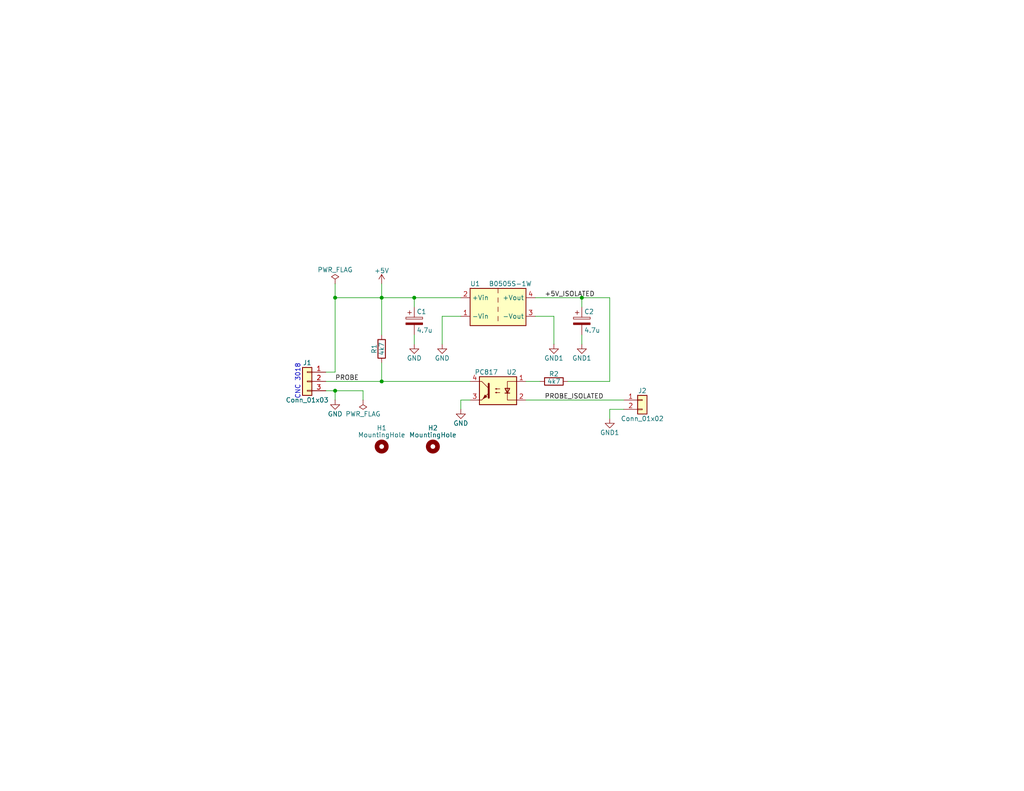
<source format=kicad_sch>
(kicad_sch (version 20231120) (generator "eeschema") (generator_version "8.0")
  (paper "A")
  (title_block (title "CNC 3018 Isolated Probe") (date "2025-01-25") (company "Perry Leumas"))
  (lib_symbols
    (symbol "Connector_Generic:Conn_01x02" (pin_names (offset 1.016) hide)
      (property "Reference" "J" (at 0 2.54 0))
      (property "Value" "Conn_01x02" (at 0 -5.08 0))
      (symbol "Conn_01x02_1_1"
        (rectangle (start -1.27 -2.413) (end 0 -2.667) (stroke (width 0.1524)))
        (rectangle (start -1.27 0.127) (end 0 -0.127) (stroke (width 0.1524)))
        (rectangle (start -1.27 1.27) (end 1.27 -3.81) (stroke (width 0.254)) (fill (type background)))
        (pin passive line (at -5.08 0 0) (length 3.81) (name "Pin_1") (number "1"))
        (pin passive line (at -5.08 -2.54 0) (length 3.81) (name "Pin_2") (number "2"))
      )
    )
    (symbol "Connector_Generic:Conn_01x03" (pin_names (offset 1.016) hide)
      (property "Reference" "J" (at 0 5.08 0))
      (property "Value" "Conn_01x03" (at 0 -5.08 0))
      (symbol "Conn_01x03_1_1"
        (rectangle (start -1.27 -2.413) (end 0 -2.667) (stroke (width 0.1524)))
        (rectangle (start -1.27 0.127) (end 0 -0.127) (stroke (width 0.1524)))
        (rectangle (start -1.27 2.667) (end 0 2.413) (stroke (width 0.1524)))
        (rectangle (start -1.27 3.81) (end 1.27 -3.81) (stroke (width 0.254)) (fill (type background)))
        (pin passive line (at -5.08 2.54 0) (length 3.81) (name "Pin_1") (number "1"))
        (pin passive line (at -5.08 0 0) (length 3.81) (name "Pin_2") (number "2"))
        (pin passive line (at -5.08 -2.54 0) (length 3.81) (name "Pin_3") (number "3"))
      )
    )
    (symbol "Converter_DCDC:TEA1-0505"
      (property "Reference" "U" (at -7.62 6.35 0))
      (property "Value" "TEA1-0505" (at -2.54 6.35 0))
      (symbol "TEA1-0505_0_0"
        (pin power_in line (at -10.16 -2.54 0) (length 2.54) (name "-Vin") (number "1"))
        (pin power_in line (at -10.16 2.54 0) (length 2.54) (name "+Vin") (number "2"))
        (pin power_out line (at 10.16 -2.54 180) (length 2.54) (name "-Vout") (number "3"))
        (pin power_out line (at 10.16 2.54 180) (length 2.54) (name "+Vout") (number "4"))
      )
      (symbol "TEA1-0505_0_1"
        (rectangle (start -7.62 5.08) (end 7.62 -5.08) (stroke (width 0.254)) (fill (type background)))
        (polyline (pts (xy 0 -2.54) (xy 0 -3.81)))
        (polyline (pts (xy 0 0) (xy 0 -1.27)))
        (polyline (pts (xy 0 2.54) (xy 0 1.27)))
        (polyline (pts (xy 0 5.08) (xy 0 3.81)))
      )
    )
    (symbol "Device:C_Polarized" (pin_numbers hide) (pin_names (offset 0.254))
      (property "Reference" "C" (at 0.635 2.54 0))
      (property "Value" "C_Polarized" (at 0.635 -2.54 0))
      (symbol "C_Polarized_0_1"
        (rectangle (start -2.286 0.508) (end 2.286 1.016))
        (polyline (pts (xy -1.778 2.286) (xy -0.762 2.286)))
        (polyline (pts (xy -1.27 2.794) (xy -1.27 1.778)))
        (rectangle (start 2.286 -0.508) (end -2.286 -1.016) (fill (type outline)))
      )
      (symbol "C_Polarized_1_1"
        (pin passive line (at 0 3.81 270) (length 2.794) (name "~") (number "1"))
        (pin passive line (at 0 -3.81 90) (length 2.794) (name "~") (number "2"))
      )
    )
    (symbol "Device:R" (pin_numbers hide) (pin_names (offset 0))
      (property "Reference" "R" (at 2.032 0 90))
      (property "Value" "R" (at 0 0 90))
      (symbol "R_0_1"
        (rectangle (start -1.016 -2.54) (end 1.016 2.54) (stroke (width 0.254)))
      )
      (symbol "R_1_1"
        (pin passive line (at 0 3.81 270) (length 1.27) (name "~") (number "1"))
        (pin passive line (at 0 -3.81 90) (length 1.27) (name "~") (number "2"))
      )
    )
    (symbol "Isolator:PC817" (pin_names (offset 1.016))
      (property "Reference" "U" (at -5.08 5.08 0))
      (property "Value" "PC817" (at 0 5.08 0))
      (symbol "PC817_0_1"
        (rectangle (start -5.08 3.81) (end 5.08 -3.81) (stroke (width 0.254)) (fill (type background)))
        (polyline (pts (xy -3.175 -0.635) (xy -1.905 -0.635)) (stroke (width 0.254)))
        (polyline (pts (xy 2.54 0.635) (xy 4.445 2.54)))
        (polyline (pts (xy 4.445 -2.54) (xy 2.54 -0.635)) (fill (type outline)))
        (polyline (pts (xy 4.445 -2.54) (xy 5.08 -2.54)))
        (polyline (pts (xy 4.445 2.54) (xy 5.08 2.54)))
        (polyline (pts (xy -5.08 2.54) (xy -2.54 2.54) (xy -2.54 -0.635)))
        (polyline (pts (xy -2.54 -0.635) (xy -2.54 -2.54) (xy -5.08 -2.54)))
        (polyline (pts (xy 2.54 1.905) (xy 2.54 -1.905) (xy 2.54 -1.905)) (stroke (width 0.508)))
        (polyline (pts (xy -2.54 -0.635) (xy -3.175 0.635) (xy -1.905 0.635) (xy -2.54 -0.635)) (stroke (width 0.254)))
        (polyline (pts (xy -0.508 -0.508) (xy 0.762 -0.508) (xy 0.381 -0.635) (xy 0.381 -0.381) (xy 0.762 -0.508)))
        (polyline (pts (xy -0.508 0.508) (xy 0.762 0.508) (xy 0.381 0.381) (xy 0.381 0.635) (xy 0.762 0.508)))
        (polyline (pts (xy 3.048 -1.651) (xy 3.556 -1.143) (xy 4.064 -2.159) (xy 3.048 -1.651) (xy 3.048 -1.651)) (fill (type outline)))
      )
      (symbol "PC817_1_1"
        (pin passive line (at -7.62 2.54 0) (length 2.54) (name "~") (number "1"))
        (pin passive line (at -7.62 -2.54 0) (length 2.54) (name "~") (number "2"))
        (pin passive line (at 7.62 -2.54 180) (length 2.54) (name "~") (number "3"))
        (pin passive line (at 7.62 2.54 180) (length 2.54) (name "~") (number "4"))
      )
    )
    (symbol "Mechanical:MountingHole" (pin_names (offset 1.016)) (exclude_from_sim yes) (in_bom no)
      (property "Reference" "H" (at 0 5.08 0))
      (property "Value" "MountingHole" (at 0 3.175 0))
      (symbol "MountingHole_0_1"
        (circle (center 0 0) (radius 1.27) (stroke (width 1.27)))
      )
    )
    (symbol "power:+5V" (power) (pin_numbers hide) (pin_names (offset 0) hide)
      (property "Value" "+5V" (at 0 3.556 0))
      (symbol "+5V_0_1"
        (polyline (pts (xy -0.762 1.27) (xy 0 2.54)))
        (polyline (pts (xy 0 0) (xy 0 2.54)))
        (polyline (pts (xy 0 2.54) (xy 0.762 1.27)))
      )
      (symbol "+5V_1_1"
        (pin power_in line (at 0 0 90) (length 0) (name "~") (number "1"))
      )
    )
    (symbol "power:GND" (power) (pin_numbers hide) (pin_names (offset 0) hide)
      (property "Value" "GND" (at 0 -3.81 0))
      (symbol "GND_0_1"
        (polyline (pts (xy 0 0) (xy 0 -1.27) (xy 1.27 -1.27) (xy 0 -2.54) (xy -1.27 -1.27) (xy 0 -1.27)))
      )
      (symbol "GND_1_1"
        (pin power_in line (at 0 0 270) (length 0) (name "~") (number "1"))
      )
    )
    (symbol "power:GND1" (power) (pin_numbers hide) (pin_names (offset 0) hide)
      (property "Value" "GND1" (at 0 -3.81 0))
      (symbol "GND1_0_1"
        (polyline (pts (xy 0 0) (xy 0 -1.27) (xy 1.27 -1.27) (xy 0 -2.54) (xy -1.27 -1.27) (xy 0 -1.27)))
      )
      (symbol "GND1_1_1"
        (pin power_in line (at 0 0 270) (length 0) (name "~") (number "1"))
      )
    )
    (symbol "power:PWR_FLAG" (power) (pin_numbers hide) (pin_names (offset 0) hide)
      (property "Value" "PWR_FLAG" (at 0 3.81 0))
      (symbol "PWR_FLAG_0_0"
        (pin power_out line (at 0 0 90) (length 0) (name "~") (number "1"))
      )
      (symbol "PWR_FLAG_0_1"
        (polyline (pts (xy 0 0) (xy 0 1.27) (xy -1.016 1.905) (xy 0 2.54) (xy 1.016 1.905) (xy 0 1.27)))
      )
    )
  )
  (junction (at 91.44 81.28))
  (junction (at 113.03 81.28))
  (junction (at 104.14 81.28))
  (junction (at 91.44 106.68))
  (junction (at 104.14 104.14))
  (junction (at 158.75 81.28))
  (wire (pts (xy 113.03 91.44) (xy 113.03 93.98)))
  (wire (pts (xy 88.9 106.68) (xy 91.44 106.68)))
  (wire (pts (xy 91.44 81.28) (xy 91.44 101.6)))
  (wire (pts (xy 99.06 106.68) (xy 91.44 106.68)))
  (wire (pts (xy 125.73 109.22) (xy 128.27 109.22)))
  (wire (pts (xy 104.14 99.06) (xy 104.14 104.14)))
  (wire (pts (xy 151.13 86.36) (xy 146.05 86.36)))
  (wire (pts (xy 151.13 93.98) (xy 151.13 86.36)))
  (wire (pts (xy 166.37 104.14) (xy 166.37 81.28)))
  (wire (pts (xy 88.9 104.14) (xy 104.14 104.14)))
  (wire (pts (xy 113.03 81.28) (xy 125.73 81.28)))
  (wire (pts (xy 91.44 81.28) (xy 104.14 81.28)))
  (wire (pts (xy 166.37 111.76) (xy 170.18 111.76)))
  (wire (pts (xy 120.65 86.36) (xy 125.73 86.36)))
  (wire (pts (xy 104.14 77.47) (xy 104.14 81.28)))
  (wire (pts (xy 91.44 106.68) (xy 91.44 109.22)))
  (wire (pts (xy 113.03 81.28) (xy 113.03 83.82)))
  (wire (pts (xy 158.75 81.28) (xy 158.75 83.82)))
  (wire (pts (xy 166.37 114.3) (xy 166.37 111.76)))
  (wire (pts (xy 91.44 77.47) (xy 91.44 81.28)))
  (wire (pts (xy 104.14 81.28) (xy 104.14 91.44)))
  (wire (pts (xy 125.73 111.76) (xy 125.73 109.22)))
  (wire (pts (xy 120.65 93.98) (xy 120.65 86.36)))
  (wire (pts (xy 146.05 81.28) (xy 158.75 81.28)))
  (wire (pts (xy 166.37 81.28) (xy 158.75 81.28)))
  (wire (pts (xy 104.14 81.28) (xy 113.03 81.28)))
  (wire (pts (xy 143.51 109.22) (xy 170.18 109.22)))
  (wire (pts (xy 104.14 104.14) (xy 128.27 104.14)))
  (wire (pts (xy 158.75 91.44) (xy 158.75 93.98)))
  (wire (pts (xy 99.06 109.22) (xy 99.06 106.68)))
  (wire (pts (xy 143.51 104.14) (xy 147.32 104.14)))
  (wire (pts (xy 154.94 104.14) (xy 166.37 104.14)))
  (wire (pts (xy 88.9 101.6) (xy 91.44 101.6)))
  (text "CNC 3018" (at 81.28 104.14 90) (effects (font (size 1.27 1.27))))
  (label "PROBE" (at 91.44 104.14 0))
  (label "+5V_ISOLATED" (at 148.59 81.28 0))
  (label "PROBE_ISOLATED" (at 148.59 109.22 0))
  (symbol (lib_id "power:GND") (at 113.03 93.98 0) (unit 1)
    (property "Reference" "#PWR05" (effects (hide yes)))
    (property "Value" "GND" (at 113.03 97.79 0))
    (property "Description" "Power symbol creates a global label with name \"GND\" , ground" (effects (hide yes)))
  )
  (symbol (lib_id "power:GND1") (at 166.37 114.3 0) (unit 1)
    (property "Reference" "#PWR01" (effects (hide yes)))
    (property "Value" "GND1" (at 166.37 118.11 0))
    (property "Description" "Power symbol creates a global label with name \"GND1\" , ground" (effects (hide yes)))
  )
  (symbol (lib_id "Converter_DCDC:TEA1-0505") (at 135.89 83.82 0) (unit 1)
    (property "Reference" "U1" (at 128.27 77.47 0) (effects (justify left)))
    (property "Value" "B0505S-1W" (at 133.35 77.47 0) (effects (justify left)))
    (property "Footprint" "Converter_DCDC:Converter_DCDC_TRACO_TEA1-xxxx_THT" (effects (hide yes)))
    (property "Description" "1W DC/DC converter unregulated, 4.5-5.5V input, 5V output voltage, 200mA output, 1.5kVDC isolation, SIP-4" (effects (hide yes)))
  )
  (symbol (lib_id "power:GND1") (at 151.13 93.98 0) (unit 1)
    (property "Reference" "#PWR07" (effects (hide yes)))
    (property "Value" "GND1" (at 151.13 97.79 0))
    (property "Description" "Power symbol creates a global label with name \"GND1\" , ground" (effects (hide yes)))
  )
  (symbol (lib_id "Isolator:PC817") (at 135.89 106.68 0) (mirror y) (unit 1)
    (property "Reference" "U2" (at 140.97 101.6 0) (effects (justify left)))
    (property "Value" "PC817" (at 135.89 101.6 0) (effects (justify left)))
    (property "Footprint" "Package_DIP:DIP-4_W7.62mm" (effects (hide yes)))
    (property "Datasheet" "http://www.soselectronic.cz/a_info/resource/d/pc817.pdf" (effects (hide yes)))
    (property "Description" "DC Optocoupler, Vce 35V, CTR 50-300%, DIP-4" (effects (hide yes)))
  )
  (symbol (lib_id "Connector_Generic:Conn_01x02") (at 175.26 109.22 0) (unit 1)
    (property "Reference" "J2" (at 175.26 106.68 0))
    (property "Value" "Conn_01x02" (at 175.26 114.3 0))
    (property "Footprint" "Connector_PinHeader_2.54mm:PinHeader_1x02_P2.54mm_Vertical" (effects (hide yes)))
    (property "Description" "Generic connector, single row, 01x02, script generated (kicad-library-utils/schlib/autogen/connector/)" (effects (hide yes)))
  )
  (symbol (lib_id "Device:C_Polarized") (at 158.75 87.63 0) (unit 1)
    (property "Reference" "C2" (at 159.385 85.09 0) (effects (justify left)))
    (property "Value" "4.7u" (at 159.385 90.17 0) (effects (justify left)))
    (property "Footprint" "Capacitor_THT:CP_Radial_D5.0mm_P2.50mm" (effects (hide yes)))
    (property "Description" "Polarized capacitor" (effects (hide yes)))
  )
  (symbol (lib_id "power:GND1") (at 158.75 93.98 0) (unit 1)
    (property "Reference" "#PWR08" (effects (hide yes)))
    (property "Value" "GND1" (at 158.75 97.79 0))
    (property "Description" "Power symbol creates a global label with name \"GND1\" , ground" (effects (hide yes)))
  )
  (symbol (lib_id "power:+5V") (at 104.14 77.47 0) (unit 1)
    (property "Reference" "#PWR06" (effects (hide yes)))
    (property "Value" "+5V" (at 104.14 73.914 0))
    (property "Description" "Power symbol creates a global label with name \"+5V\"" (effects (hide yes)))
  )
  (symbol (lib_id "power:PWR_FLAG") (at 91.44 77.47 0) (unit 1)
    (property "Reference" "#FLG01" (effects (hide yes)))
    (property "Value" "PWR_FLAG" (at 91.44 73.66 0))
    (property "Description" "Special symbol for telling ERC where power comes from" (effects (hide yes)))
  )
  (symbol (lib_id "power:GND") (at 120.65 93.98 0) (unit 1)
    (property "Reference" "#PWR03" (effects (hide yes)))
    (property "Value" "GND" (at 120.65 97.79 0))
    (property "Description" "Power symbol creates a global label with name \"GND\" , ground" (effects (hide yes)))
  )
  (symbol (lib_id "Mechanical:MountingHole") (at 104.14 121.92 0) (unit 1) (exclude_from_sim yes) (in_bom no)
    (property "Reference" "H1" (at 104.14 116.84 0))
    (property "Value" "MountingHole" (at 104.14 118.745 0))
    (property "Footprint" "MountingHole:MountingHole_3.2mm_M3" (effects (hide yes)))
    (property "Description" "Mounting Hole without connection" (effects (hide yes)))
  )
  (symbol (lib_id "Device:C_Polarized") (at 113.03 87.63 0) (unit 1)
    (property "Reference" "C1" (at 113.665 85.09 0) (effects (justify left)))
    (property "Value" "4.7u" (at 113.665 90.17 0) (effects (justify left)))
    (property "Footprint" "Capacitor_THT:CP_Radial_D5.0mm_P2.50mm" (effects (hide yes)))
    (property "Description" "Polarized capacitor" (effects (hide yes)))
  )
  (symbol (lib_id "Connector_Generic:Conn_01x03") (at 83.82 104.14 0) (mirror y) (unit 1)
    (property "Reference" "J1" (at 83.82 99.06 0))
    (property "Value" "Conn_01x03" (at 83.82 109.22 0))
    (property "Footprint" "Connector_PinHeader_2.54mm:PinHeader_1x03_P2.54mm_Vertical" (effects (hide yes)))
    (property "Description" "Generic connector, single row, 01x03, script generated (kicad-library-utils/schlib/autogen/connector/)" (effects (hide yes)))
  )
  (symbol (lib_id "Device:R") (at 104.14 95.25 180) (unit 1)
    (property "Reference" "R1" (at 102.108 95.25 90))
    (property "Value" "4k7" (at 104.14 95.25 90))
    (property "Footprint" "Resistor_THT:R_Axial_DIN0204_L3.6mm_D1.6mm_P7.62mm_Horizontal" (effects (hide yes)))
    (property "Description" "Resistor" (effects (hide yes)))
  )
  (symbol (lib_id "power:GND") (at 125.73 111.76 0) (unit 1)
    (property "Reference" "#PWR04" (effects (hide yes)))
    (property "Value" "GND" (at 125.73 115.57 0))
    (property "Description" "Power symbol creates a global label with name \"GND\" , ground" (effects (hide yes)))
  )
  (symbol (lib_id "Device:R") (at 151.13 104.14 90) (unit 1)
    (property "Reference" "R2" (at 151.13 102.108 90))
    (property "Value" "4k7" (at 151.13 104.14 90))
    (property "Footprint" "Resistor_THT:R_Axial_DIN0204_L3.6mm_D1.6mm_P7.62mm_Horizontal" (effects (hide yes)))
    (property "Description" "Resistor" (effects (hide yes)))
  )
  (symbol (lib_id "Mechanical:MountingHole") (at 118.11 121.92 0) (unit 1) (exclude_from_sim yes) (in_bom no)
    (property "Reference" "H2" (at 118.11 116.84 0))
    (property "Value" "MountingHole" (at 118.11 118.745 0))
    (property "Footprint" "MountingHole:MountingHole_3.2mm_M3" (effects (hide yes)))
    (property "Description" "Mounting Hole without connection" (effects (hide yes)))
  )
  (symbol (lib_id "power:GND") (at 91.44 109.22 0) (unit 1)
    (property "Reference" "#PWR02" (effects (hide yes)))
    (property "Value" "GND" (at 91.44 113.03 0))
    (property "Description" "Power symbol creates a global label with name \"GND\" , ground" (effects (hide yes)))
  )
  (symbol (lib_id "power:PWR_FLAG") (at 99.06 109.22 180) (unit 1)
    (property "Reference" "#FLG02" (effects (hide yes)))
    (property "Value" "PWR_FLAG" (at 99.06 113.03 0))
    (property "Description" "Special symbol for telling ERC where power comes from" (effects (hide yes)))
  )
)
</source>
